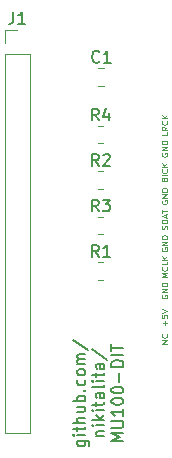
<source format=gto>
G04 #@! TF.GenerationSoftware,KiCad,Pcbnew,(6.0.1)*
G04 #@! TF.CreationDate,2022-07-05T00:40:55-07:00*
G04 #@! TF.ProjectId,mu100-dit-connector-board,6d753130-302d-4646-9974-2d636f6e6e65,rev?*
G04 #@! TF.SameCoordinates,PX4a615b8PY2b4db18*
G04 #@! TF.FileFunction,Legend,Top*
G04 #@! TF.FilePolarity,Positive*
%FSLAX46Y46*%
G04 Gerber Fmt 4.6, Leading zero omitted, Abs format (unit mm)*
G04 Created by KiCad (PCBNEW (6.0.1)) date 2022-07-05 00:40:55*
%MOMM*%
%LPD*%
G01*
G04 APERTURE LIST*
%ADD10C,0.125*%
%ADD11C,0.15*%
%ADD12C,0.12*%
G04 APERTURE END LIST*
D10*
X0034517714Y0012233343D02*
X0034517714Y0012614296D01*
X0034708190Y0012423820D02*
X0034327238Y0012423820D01*
X0034208190Y0013090485D02*
X0034208190Y0012852391D01*
X0034446285Y0012828581D01*
X0034422476Y0012852391D01*
X0034398666Y0012900010D01*
X0034398666Y0013019058D01*
X0034422476Y0013066676D01*
X0034446285Y0013090485D01*
X0034493904Y0013114296D01*
X0034612952Y0013114296D01*
X0034660571Y0013090485D01*
X0034684380Y0013066676D01*
X0034708190Y0013019058D01*
X0034708190Y0012900010D01*
X0034684380Y0012852391D01*
X0034660571Y0012828581D01*
X0034208190Y0013257152D02*
X0034708190Y0013423820D01*
X0034208190Y0013590485D01*
D11*
X0027070714Y0002468809D02*
X0027880238Y0002468809D01*
X0027975476Y0002421191D01*
X0028023094Y0002373572D01*
X0028070714Y0002278334D01*
X0028070714Y0002135477D01*
X0028023094Y0002040238D01*
X0027689761Y0002468809D02*
X0027737380Y0002373572D01*
X0027737380Y0002183095D01*
X0027689761Y0002087857D01*
X0027642142Y0002040238D01*
X0027546903Y0001992620D01*
X0027261190Y0001992620D01*
X0027165952Y0002040238D01*
X0027118333Y0002087857D01*
X0027070714Y0002183095D01*
X0027070714Y0002373572D01*
X0027118333Y0002468809D01*
X0027737380Y0002945000D02*
X0027070714Y0002945000D01*
X0026737380Y0002945000D02*
X0026785000Y0002897381D01*
X0026832619Y0002945000D01*
X0026785000Y0002992620D01*
X0026737380Y0002945000D01*
X0026832619Y0002945000D01*
X0027070714Y0003278334D02*
X0027070714Y0003659286D01*
X0026737380Y0003421191D02*
X0027594523Y0003421191D01*
X0027689761Y0003468809D01*
X0027737380Y0003564047D01*
X0027737380Y0003659286D01*
X0027737380Y0003992620D02*
X0026737380Y0003992620D01*
X0027737380Y0004421191D02*
X0027213571Y0004421191D01*
X0027118333Y0004373572D01*
X0027070714Y0004278334D01*
X0027070714Y0004135477D01*
X0027118333Y0004040238D01*
X0027165952Y0003992620D01*
X0027070714Y0005325952D02*
X0027737380Y0005325952D01*
X0027070714Y0004897381D02*
X0027594523Y0004897381D01*
X0027689761Y0004945000D01*
X0027737380Y0005040239D01*
X0027737380Y0005183095D01*
X0027689761Y0005278334D01*
X0027642142Y0005325952D01*
X0027737380Y0005802143D02*
X0026737380Y0005802143D01*
X0027118333Y0005802143D02*
X0027070714Y0005897381D01*
X0027070714Y0006087857D01*
X0027118333Y0006183095D01*
X0027165952Y0006230714D01*
X0027261190Y0006278334D01*
X0027546903Y0006278334D01*
X0027642142Y0006230714D01*
X0027689761Y0006183095D01*
X0027737380Y0006087857D01*
X0027737380Y0005897381D01*
X0027689761Y0005802143D01*
X0027642142Y0006706904D02*
X0027689761Y0006754524D01*
X0027737380Y0006706904D01*
X0027689761Y0006659286D01*
X0027642142Y0006706904D01*
X0027737380Y0006706904D01*
X0027689761Y0007611666D02*
X0027737380Y0007516429D01*
X0027737380Y0007325952D01*
X0027689761Y0007230714D01*
X0027642142Y0007183095D01*
X0027546903Y0007135477D01*
X0027261190Y0007135477D01*
X0027165952Y0007183095D01*
X0027118333Y0007230714D01*
X0027070714Y0007325952D01*
X0027070714Y0007516429D01*
X0027118333Y0007611666D01*
X0027737380Y0008183095D02*
X0027689761Y0008087858D01*
X0027642142Y0008040239D01*
X0027546903Y0007992620D01*
X0027261190Y0007992620D01*
X0027165952Y0008040239D01*
X0027118333Y0008087858D01*
X0027070714Y0008183095D01*
X0027070714Y0008325952D01*
X0027118333Y0008421191D01*
X0027165952Y0008468810D01*
X0027261190Y0008516428D01*
X0027546903Y0008516428D01*
X0027642142Y0008468810D01*
X0027689761Y0008421191D01*
X0027737380Y0008325952D01*
X0027737380Y0008183095D01*
X0027737380Y0008945000D02*
X0027070714Y0008945000D01*
X0027165952Y0008945000D02*
X0027118333Y0008992619D01*
X0027070714Y0009087858D01*
X0027070714Y0009230715D01*
X0027118333Y0009325952D01*
X0027213571Y0009373572D01*
X0027737380Y0009373572D01*
X0027213571Y0009373572D02*
X0027118333Y0009421191D01*
X0027070714Y0009516428D01*
X0027070714Y0009659286D01*
X0027118333Y0009754524D01*
X0027213571Y0009802143D01*
X0027737380Y0009802143D01*
X0026689761Y0010992619D02*
X0027975476Y0010135477D01*
X0028680714Y0002849761D02*
X0029347380Y0002849761D01*
X0028775952Y0002849761D02*
X0028728333Y0002897381D01*
X0028680714Y0002992620D01*
X0028680714Y0003135477D01*
X0028728333Y0003230714D01*
X0028823571Y0003278334D01*
X0029347380Y0003278334D01*
X0029347380Y0003754524D02*
X0028680714Y0003754524D01*
X0028347380Y0003754524D02*
X0028395000Y0003706904D01*
X0028442619Y0003754524D01*
X0028395000Y0003802143D01*
X0028347380Y0003754524D01*
X0028442619Y0003754524D01*
X0029347380Y0004230714D02*
X0028347380Y0004230714D01*
X0028966428Y0004325952D02*
X0029347380Y0004611666D01*
X0028680714Y0004611666D02*
X0029061666Y0004230714D01*
X0029347380Y0005040239D02*
X0028680714Y0005040239D01*
X0028347380Y0005040239D02*
X0028395000Y0004992620D01*
X0028442619Y0005040239D01*
X0028395000Y0005087857D01*
X0028347380Y0005040239D01*
X0028442619Y0005040239D01*
X0028680714Y0005373572D02*
X0028680714Y0005754524D01*
X0028347380Y0005516429D02*
X0029204523Y0005516429D01*
X0029299761Y0005564048D01*
X0029347380Y0005659286D01*
X0029347380Y0005754524D01*
X0029347380Y0006516429D02*
X0028823571Y0006516429D01*
X0028728333Y0006468809D01*
X0028680714Y0006373572D01*
X0028680714Y0006183095D01*
X0028728333Y0006087857D01*
X0029299761Y0006516429D02*
X0029347380Y0006421191D01*
X0029347380Y0006183095D01*
X0029299761Y0006087857D01*
X0029204523Y0006040239D01*
X0029109285Y0006040239D01*
X0029014046Y0006087857D01*
X0028966428Y0006183095D01*
X0028966428Y0006421191D01*
X0028918809Y0006516429D01*
X0029347380Y0007135477D02*
X0029299761Y0007040239D01*
X0029204523Y0006992620D01*
X0028347380Y0006992620D01*
X0029347380Y0007516429D02*
X0028680714Y0007516429D01*
X0028347380Y0007516429D02*
X0028395000Y0007468809D01*
X0028442619Y0007516429D01*
X0028395000Y0007564048D01*
X0028347380Y0007516429D01*
X0028442619Y0007516429D01*
X0028680714Y0007849761D02*
X0028680714Y0008230715D01*
X0028347380Y0007992620D02*
X0029204523Y0007992620D01*
X0029299761Y0008040239D01*
X0029347380Y0008135477D01*
X0029347380Y0008230715D01*
X0029347380Y0008992619D02*
X0028823571Y0008992619D01*
X0028728333Y0008945000D01*
X0028680714Y0008849761D01*
X0028680714Y0008659286D01*
X0028728333Y0008564048D01*
X0029299761Y0008992619D02*
X0029347380Y0008897381D01*
X0029347380Y0008659286D01*
X0029299761Y0008564048D01*
X0029204523Y0008516428D01*
X0029109285Y0008516428D01*
X0029014046Y0008564048D01*
X0028966428Y0008659286D01*
X0028966428Y0008897381D01*
X0028918809Y0008992619D01*
X0028299761Y0010183095D02*
X0029585476Y0009325952D01*
X0030957380Y0002421191D02*
X0029957380Y0002421191D01*
X0030671666Y0002754524D01*
X0029957380Y0003087857D01*
X0030957380Y0003087857D01*
X0029957380Y0003564047D02*
X0030766904Y0003564047D01*
X0030862142Y0003611666D01*
X0030909761Y0003659286D01*
X0030957380Y0003754524D01*
X0030957380Y0003945000D01*
X0030909761Y0004040238D01*
X0030862142Y0004087857D01*
X0030766904Y0004135477D01*
X0029957380Y0004135477D01*
X0030957380Y0005135477D02*
X0030957380Y0004564048D01*
X0030957380Y0004849761D02*
X0029957380Y0004849761D01*
X0030100237Y0004754524D01*
X0030195476Y0004659286D01*
X0030243095Y0004564048D01*
X0029957380Y0005754524D02*
X0029957380Y0005849761D01*
X0030005000Y0005945000D01*
X0030052619Y0005992620D01*
X0030147857Y0006040239D01*
X0030338333Y0006087857D01*
X0030576428Y0006087857D01*
X0030766904Y0006040239D01*
X0030862142Y0005992620D01*
X0030909761Y0005945000D01*
X0030957380Y0005849761D01*
X0030957380Y0005754524D01*
X0030909761Y0005659286D01*
X0030862142Y0005611666D01*
X0030766904Y0005564048D01*
X0030576428Y0005516429D01*
X0030338333Y0005516429D01*
X0030147857Y0005564048D01*
X0030052619Y0005611666D01*
X0030005000Y0005659286D01*
X0029957380Y0005754524D01*
X0029957380Y0006706904D02*
X0029957380Y0006802143D01*
X0030005000Y0006897381D01*
X0030052619Y0006945000D01*
X0030147857Y0006992620D01*
X0030338333Y0007040239D01*
X0030576428Y0007040239D01*
X0030766904Y0006992620D01*
X0030862142Y0006945000D01*
X0030909761Y0006897381D01*
X0030957380Y0006802143D01*
X0030957380Y0006706904D01*
X0030909761Y0006611666D01*
X0030862142Y0006564048D01*
X0030766904Y0006516429D01*
X0030576428Y0006468809D01*
X0030338333Y0006468809D01*
X0030147857Y0006516429D01*
X0030052619Y0006564048D01*
X0030005000Y0006611666D01*
X0029957380Y0006706904D01*
X0030576428Y0007468809D02*
X0030576428Y0008230715D01*
X0030957380Y0008706904D02*
X0029957380Y0008706904D01*
X0029957380Y0008945000D01*
X0030005000Y0009087858D01*
X0030100237Y0009183095D01*
X0030195476Y0009230715D01*
X0030385952Y0009278334D01*
X0030528809Y0009278334D01*
X0030719285Y0009230715D01*
X0030814523Y0009183095D01*
X0030909761Y0009087858D01*
X0030957380Y0008945000D01*
X0030957380Y0008706904D01*
X0030957380Y0009706904D02*
X0029957380Y0009706904D01*
X0029957380Y0010040239D02*
X0029957380Y0010611667D01*
X0030957380Y0010325952D02*
X0029957380Y0010325952D01*
D10*
X0034232000Y0014795248D02*
X0034208190Y0014747629D01*
X0034208190Y0014676200D01*
X0034232000Y0014604772D01*
X0034279619Y0014557153D01*
X0034327238Y0014533342D01*
X0034422476Y0014509533D01*
X0034493904Y0014509533D01*
X0034589142Y0014533342D01*
X0034636761Y0014557153D01*
X0034684380Y0014604772D01*
X0034708190Y0014676200D01*
X0034708190Y0014723820D01*
X0034684380Y0014795248D01*
X0034660571Y0014819057D01*
X0034493904Y0014819057D01*
X0034493904Y0014723820D01*
X0034708190Y0015033342D02*
X0034208190Y0015033342D01*
X0034708190Y0015319057D01*
X0034208190Y0015319057D01*
X0034708190Y0015557153D02*
X0034208190Y0015557153D01*
X0034208190Y0015676200D01*
X0034232000Y0015747629D01*
X0034279619Y0015795248D01*
X0034327238Y0015819057D01*
X0034422476Y0015842866D01*
X0034493904Y0015842866D01*
X0034589142Y0015819057D01*
X0034636761Y0015795248D01*
X0034684380Y0015747629D01*
X0034708190Y0015676200D01*
X0034708190Y0015557153D01*
X0034232000Y0026795248D02*
X0034208190Y0026747629D01*
X0034208190Y0026676200D01*
X0034232000Y0026604772D01*
X0034279619Y0026557153D01*
X0034327238Y0026533343D01*
X0034422476Y0026509534D01*
X0034493904Y0026509534D01*
X0034589142Y0026533343D01*
X0034636761Y0026557153D01*
X0034684380Y0026604772D01*
X0034708190Y0026676200D01*
X0034708190Y0026723820D01*
X0034684380Y0026795248D01*
X0034660571Y0026819058D01*
X0034493904Y0026819058D01*
X0034493904Y0026723820D01*
X0034708190Y0027033343D02*
X0034208190Y0027033343D01*
X0034708190Y0027319058D01*
X0034208190Y0027319058D01*
X0034708190Y0027557153D02*
X0034208190Y0027557153D01*
X0034208190Y0027676200D01*
X0034232000Y0027747629D01*
X0034279619Y0027795248D01*
X0034327238Y0027819058D01*
X0034422476Y0027842867D01*
X0034493904Y0027842867D01*
X0034589142Y0027819058D01*
X0034636761Y0027795248D01*
X0034684380Y0027747629D01*
X0034708190Y0027676200D01*
X0034708190Y0027557153D01*
X0034708190Y0028580962D02*
X0034708190Y0028342867D01*
X0034208190Y0028342867D01*
X0034708190Y0029033343D02*
X0034470095Y0028866677D01*
X0034708190Y0028747629D02*
X0034208190Y0028747629D01*
X0034208190Y0028938105D01*
X0034232000Y0028985723D01*
X0034255809Y0029009534D01*
X0034303428Y0029033343D01*
X0034374857Y0029033343D01*
X0034422476Y0029009534D01*
X0034446285Y0028985723D01*
X0034470095Y0028938105D01*
X0034470095Y0028747629D01*
X0034660571Y0029533343D02*
X0034684380Y0029509534D01*
X0034708190Y0029438105D01*
X0034708190Y0029390486D01*
X0034684380Y0029319058D01*
X0034636761Y0029271439D01*
X0034589142Y0029247629D01*
X0034493904Y0029223820D01*
X0034422476Y0029223820D01*
X0034327238Y0029247629D01*
X0034279619Y0029271439D01*
X0034232000Y0029319058D01*
X0034208190Y0029390486D01*
X0034208190Y0029438105D01*
X0034232000Y0029509534D01*
X0034255809Y0029533343D01*
X0034708190Y0029747629D02*
X0034208190Y0029747629D01*
X0034708190Y0030033343D02*
X0034422476Y0029819058D01*
X0034208190Y0030033343D02*
X0034493904Y0029747629D01*
X0034232000Y0022795248D02*
X0034208190Y0022747629D01*
X0034208190Y0022676200D01*
X0034232000Y0022604772D01*
X0034279619Y0022557153D01*
X0034327238Y0022533343D01*
X0034422476Y0022509534D01*
X0034493904Y0022509534D01*
X0034589142Y0022533343D01*
X0034636761Y0022557153D01*
X0034684380Y0022604772D01*
X0034708190Y0022676200D01*
X0034708190Y0022723820D01*
X0034684380Y0022795248D01*
X0034660571Y0022819058D01*
X0034493904Y0022819058D01*
X0034493904Y0022723820D01*
X0034708190Y0023033343D02*
X0034208190Y0023033343D01*
X0034708190Y0023319058D01*
X0034208190Y0023319058D01*
X0034708190Y0023557153D02*
X0034208190Y0023557153D01*
X0034208190Y0023676200D01*
X0034232000Y0023747629D01*
X0034279619Y0023795248D01*
X0034327238Y0023819058D01*
X0034422476Y0023842867D01*
X0034493904Y0023842867D01*
X0034589142Y0023819058D01*
X0034636761Y0023795248D01*
X0034684380Y0023747629D01*
X0034708190Y0023676200D01*
X0034708190Y0023557153D01*
X0034708190Y0016307153D02*
X0034208190Y0016307153D01*
X0034565333Y0016473820D01*
X0034208190Y0016640486D01*
X0034708190Y0016640486D01*
X0034660571Y0017164296D02*
X0034684380Y0017140486D01*
X0034708190Y0017069058D01*
X0034708190Y0017021439D01*
X0034684380Y0016950010D01*
X0034636761Y0016902391D01*
X0034589142Y0016878581D01*
X0034493904Y0016854772D01*
X0034422476Y0016854772D01*
X0034327238Y0016878581D01*
X0034279619Y0016902391D01*
X0034232000Y0016950010D01*
X0034208190Y0017021439D01*
X0034208190Y0017069058D01*
X0034232000Y0017140486D01*
X0034255809Y0017164296D01*
X0034708190Y0017616677D02*
X0034708190Y0017378581D01*
X0034208190Y0017378581D01*
X0034708190Y0017783343D02*
X0034208190Y0017783343D01*
X0034708190Y0018069058D02*
X0034422476Y0017854772D01*
X0034208190Y0018069058D02*
X0034493904Y0017783343D01*
X0034684380Y0020378581D02*
X0034708190Y0020450010D01*
X0034708190Y0020569058D01*
X0034684380Y0020616677D01*
X0034660571Y0020640486D01*
X0034612952Y0020664296D01*
X0034565333Y0020664296D01*
X0034517714Y0020640486D01*
X0034493904Y0020616677D01*
X0034470095Y0020569058D01*
X0034446285Y0020473820D01*
X0034422476Y0020426200D01*
X0034398666Y0020402391D01*
X0034351047Y0020378581D01*
X0034303428Y0020378581D01*
X0034255809Y0020402391D01*
X0034232000Y0020426200D01*
X0034208190Y0020473820D01*
X0034208190Y0020592867D01*
X0034232000Y0020664296D01*
X0034708190Y0020878581D02*
X0034208190Y0020878581D01*
X0034208190Y0020997629D01*
X0034232000Y0021069058D01*
X0034279619Y0021116677D01*
X0034327238Y0021140486D01*
X0034422476Y0021164296D01*
X0034493904Y0021164296D01*
X0034589142Y0021140486D01*
X0034636761Y0021116677D01*
X0034684380Y0021069058D01*
X0034708190Y0020997629D01*
X0034708190Y0020878581D01*
X0034565333Y0021354772D02*
X0034565333Y0021592867D01*
X0034708190Y0021307153D02*
X0034208190Y0021473820D01*
X0034708190Y0021640486D01*
X0034208190Y0021735724D02*
X0034208190Y0022021439D01*
X0034708190Y0021878581D02*
X0034208190Y0021878581D01*
X0034232000Y0018795248D02*
X0034208190Y0018747629D01*
X0034208190Y0018676200D01*
X0034232000Y0018604772D01*
X0034279619Y0018557153D01*
X0034327238Y0018533343D01*
X0034422476Y0018509534D01*
X0034493904Y0018509534D01*
X0034589142Y0018533343D01*
X0034636761Y0018557153D01*
X0034684380Y0018604772D01*
X0034708190Y0018676200D01*
X0034708190Y0018723820D01*
X0034684380Y0018795248D01*
X0034660571Y0018819058D01*
X0034493904Y0018819058D01*
X0034493904Y0018723820D01*
X0034708190Y0019033343D02*
X0034208190Y0019033343D01*
X0034708190Y0019319058D01*
X0034208190Y0019319058D01*
X0034708190Y0019557153D02*
X0034208190Y0019557153D01*
X0034208190Y0019676200D01*
X0034232000Y0019747629D01*
X0034279619Y0019795248D01*
X0034327238Y0019819058D01*
X0034422476Y0019842867D01*
X0034493904Y0019842867D01*
X0034589142Y0019819058D01*
X0034636761Y0019795248D01*
X0034684380Y0019747629D01*
X0034708190Y0019676200D01*
X0034708190Y0019557153D01*
X0034708190Y0010683343D02*
X0034208190Y0010683343D01*
X0034708190Y0010969058D01*
X0034208190Y0010969058D01*
X0034660571Y0011492867D02*
X0034684380Y0011469058D01*
X0034708190Y0011397628D01*
X0034708190Y0011350010D01*
X0034684380Y0011278581D01*
X0034636761Y0011230962D01*
X0034589142Y0011207153D01*
X0034493904Y0011183343D01*
X0034422476Y0011183343D01*
X0034327238Y0011207153D01*
X0034279619Y0011230962D01*
X0034232000Y0011278581D01*
X0034208190Y0011350010D01*
X0034208190Y0011397628D01*
X0034232000Y0011469058D01*
X0034255809Y0011492867D01*
X0034446285Y0024592867D02*
X0034470095Y0024664296D01*
X0034493904Y0024688105D01*
X0034541523Y0024711914D01*
X0034612952Y0024711914D01*
X0034660571Y0024688105D01*
X0034684380Y0024664296D01*
X0034708190Y0024616677D01*
X0034708190Y0024426200D01*
X0034208190Y0024426200D01*
X0034208190Y0024592867D01*
X0034232000Y0024640486D01*
X0034255809Y0024664296D01*
X0034303428Y0024688105D01*
X0034351047Y0024688105D01*
X0034398666Y0024664296D01*
X0034422476Y0024640486D01*
X0034446285Y0024592867D01*
X0034446285Y0024426200D01*
X0034708190Y0024926200D02*
X0034208190Y0024926200D01*
X0034660571Y0025450010D02*
X0034684380Y0025426200D01*
X0034708190Y0025354772D01*
X0034708190Y0025307153D01*
X0034684380Y0025235723D01*
X0034636761Y0025188105D01*
X0034589142Y0025164296D01*
X0034493904Y0025140486D01*
X0034422476Y0025140486D01*
X0034327238Y0025164296D01*
X0034279619Y0025188105D01*
X0034232000Y0025235723D01*
X0034208190Y0025307153D01*
X0034208190Y0025354772D01*
X0034232000Y0025426200D01*
X0034255809Y0025450010D01*
X0034708190Y0025664296D02*
X0034208190Y0025664296D01*
X0034708190Y0025950010D02*
X0034422476Y0025735723D01*
X0034208190Y0025950010D02*
X0034493904Y0025664296D01*
D11*
X0028882333Y0018032620D02*
X0028549000Y0018508810D01*
X0028310904Y0018032620D02*
X0028310904Y0019032620D01*
X0028691857Y0019032620D01*
X0028787095Y0018985000D01*
X0028834714Y0018937381D01*
X0028882333Y0018842143D01*
X0028882333Y0018699286D01*
X0028834714Y0018604048D01*
X0028787095Y0018556429D01*
X0028691857Y0018508810D01*
X0028310904Y0018508810D01*
X0029834714Y0018032620D02*
X0029263285Y0018032620D01*
X0029549000Y0018032620D02*
X0029549000Y0019032620D01*
X0029453761Y0018889762D01*
X0029358523Y0018794524D01*
X0029263285Y0018746905D01*
X0021661666Y0038772620D02*
X0021661666Y0038058334D01*
X0021614047Y0037915477D01*
X0021518809Y0037820239D01*
X0021375952Y0037772620D01*
X0021280714Y0037772620D01*
X0022661666Y0037772620D02*
X0022090238Y0037772620D01*
X0022375951Y0037772620D02*
X0022375951Y0038772620D01*
X0022280714Y0038629762D01*
X0022185476Y0038534524D01*
X0022090238Y0038486905D01*
X0028882333Y0021879288D02*
X0028549000Y0022355478D01*
X0028310904Y0021879288D02*
X0028310904Y0022879288D01*
X0028691857Y0022879288D01*
X0028787095Y0022831668D01*
X0028834714Y0022784049D01*
X0028882333Y0022688811D01*
X0028882333Y0022545954D01*
X0028834714Y0022450716D01*
X0028787095Y0022403097D01*
X0028691857Y0022355478D01*
X0028310904Y0022355478D01*
X0029215666Y0022879288D02*
X0029834714Y0022879288D01*
X0029501379Y0022498335D01*
X0029644238Y0022498335D01*
X0029739476Y0022450716D01*
X0029787095Y0022403097D01*
X0029834714Y0022307859D01*
X0029834714Y0022069764D01*
X0029787095Y0021974526D01*
X0029739476Y0021926907D01*
X0029644238Y0021879288D01*
X0029358523Y0021879288D01*
X0029263285Y0021926907D01*
X0029215666Y0021974526D01*
X0028932333Y0034567058D02*
X0028884714Y0034519439D01*
X0028741857Y0034471820D01*
X0028646619Y0034471820D01*
X0028503761Y0034519439D01*
X0028408523Y0034614677D01*
X0028360903Y0034709915D01*
X0028313285Y0034900391D01*
X0028313285Y0035043248D01*
X0028360903Y0035233724D01*
X0028408523Y0035328962D01*
X0028503761Y0035424200D01*
X0028646619Y0035471820D01*
X0028741857Y0035471820D01*
X0028884714Y0035424200D01*
X0028932333Y0035376581D01*
X0029884714Y0034471820D02*
X0029313285Y0034471820D01*
X0029599000Y0034471820D02*
X0029599000Y0035471820D01*
X0029503761Y0035328962D01*
X0029408523Y0035233724D01*
X0029313285Y0035186105D01*
X0028882333Y0025725954D02*
X0028549000Y0026202144D01*
X0028310904Y0025725954D02*
X0028310904Y0026725954D01*
X0028691857Y0026725954D01*
X0028787095Y0026678334D01*
X0028834714Y0026630715D01*
X0028882333Y0026535477D01*
X0028882333Y0026392620D01*
X0028834714Y0026297382D01*
X0028787095Y0026249763D01*
X0028691857Y0026202144D01*
X0028310904Y0026202144D01*
X0029263285Y0026630715D02*
X0029310904Y0026678334D01*
X0029406142Y0026725954D01*
X0029644238Y0026725954D01*
X0029739476Y0026678334D01*
X0029787095Y0026630715D01*
X0029834714Y0026535477D01*
X0029834714Y0026440239D01*
X0029787095Y0026297382D01*
X0029215666Y0025725954D01*
X0029834714Y0025725954D01*
X0028882333Y0029572620D02*
X0028549000Y0030048810D01*
X0028310904Y0029572620D02*
X0028310904Y0030572620D01*
X0028691857Y0030572620D01*
X0028787095Y0030525000D01*
X0028834714Y0030477381D01*
X0028882333Y0030382143D01*
X0028882333Y0030239286D01*
X0028834714Y0030144047D01*
X0028787095Y0030096429D01*
X0028691857Y0030048810D01*
X0028310904Y0030048810D01*
X0029739476Y0030239286D02*
X0029739476Y0029572620D01*
X0029501379Y0030620238D02*
X0029263285Y0029905953D01*
X0029882333Y0029905953D01*
D12*
X0028821936Y0016100000D02*
X0029276063Y0016100000D01*
X0028821936Y0017570000D02*
X0029276063Y0017570000D01*
X0023055000Y0035165000D02*
X0023055000Y0003104999D01*
X0020935000Y0036165000D02*
X0020935000Y0037225000D01*
X0020935000Y0035165000D02*
X0020935000Y0003104999D01*
X0020935000Y0003104999D02*
X0023055000Y0003104999D01*
X0020935000Y0037225000D02*
X0021995000Y0037225000D01*
X0020935000Y0035165000D02*
X0023055000Y0035165000D01*
X0028821936Y0019946668D02*
X0029276063Y0019946668D01*
X0028821936Y0021416668D02*
X0029276063Y0021416668D01*
X0028837747Y0033979200D02*
X0029360252Y0033979200D01*
X0028837747Y0032509200D02*
X0029360252Y0032509200D01*
X0028821936Y0025263334D02*
X0029276063Y0025263334D01*
X0028821936Y0023793334D02*
X0029276063Y0023793334D01*
X0028821936Y0029110000D02*
X0029276063Y0029110000D01*
X0028821936Y0027640000D02*
X0029276063Y0027640000D01*
M02*
</source>
